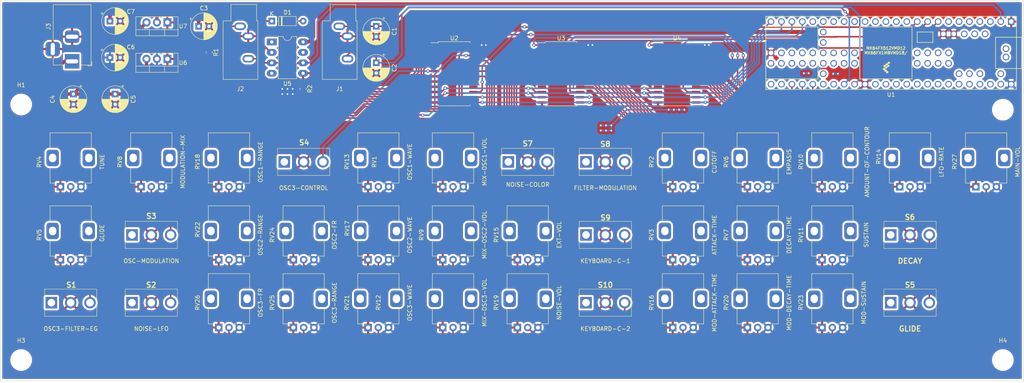
<source format=kicad_pcb>
(kicad_pcb (version 20211014) (generator pcbnew)
  (layers (0 "F.Cu" signal) (31 "B.Cu" signal) (34 "B.Paste" user) (35 "F.Paste" user) (36 "B.SilkS" user "B.Silkscreen") (37 "F.SilkS" user "F.Silkscreen") (38 "B.Mask" user) (39 "F.Mask" user) (44 "Edge.Cuts" user))
  (net 0 "")
  (net 1 "AUDIO-OUT-L")
  (net 2 "GND")
  (net 3 "AUDIO-OUT-R")
  (net 4 "MUX-1-IO0")
  (net 5 "+3V3")
  (net 25 "+5V")
  (net 26 "Net-(D1-Pad1)")
  (net 27 "Net-(D1-Pad2)")
  (net 32 "MUX-3-E")
  (net 33 "MUX-3-COM")
  (net 34 "MUX-2-E")
  (net 35 "MUX-2-COM")
  (net 36 "MUX-1-E")
  (net 37 "MUX-1-COM")
  (net 38 "MUX-S3")
  (net 39 "MUX-S2")
  (net 40 "MUX-S1")
  (net 41 "MUX-S0")
  (net 62 "MUX-2-IO7")
  (net 63 "MUX-2-IO10")
  (net 64 "MUX-1-IO2")
  (net 65 "MUX-2-IO11")
  (net 66 "MUX-1-IO1")
  (net 67 "MUX-2-IO12")
  (net 68 "MUX-2-IO3")
  (net 69 "MUX-1-IO10")
  (net 70 "MUX-2-IO4")
  (net 71 "MUX-2-IO13")
  (net 72 "MUX-1-IO11")
  (net 73 "MUX-1-IO7")
  (net 74 "MUX-2-IO5")
  (net 75 "MUX-2-IO14")
  (net 76 "MUX-1-IO12")
  (net 77 "MUX-1-IO8")
  (net 78 "MUX-2-IO15")
  (net 79 "MUX-1-IO13")
  (net 80 "MUX-1-IO9")
  (net 81 "MUX-1-IO14")
  (net 82 "MUX-3-IO6")
  (net 83 "MUX-1-IO3")
  (net 84 "MUX-1-IO4")
  (net 85 "MUX-1-IO5")
  (net 86 "MUX-1-IO6")
  (net 87 "MUX-3-IO5")
  (net 88 "MUX-2-IO6")
  (net 89 "MUX-3-IO9")
  (net 90 "MUX-3-IO10")
  (net 91 "MUX-3-IO11")
  (net 92 "MUX-3-IO12")
  (net 93 "MUX-3-IO13")
  (net 94 "MUX-3-IO14")
  (net 95 "MUX-3-IO15")
  (net 96 "MUX-3-IO7")
  (net 97 "MUX-2-IO2")
  (net 98 "VCC")
  (net 99 "MIDI-IN")
  (net 130 "Net-(J2-PadS)")
  (footprint "Potentiometer_THT:Potentiometer_Alps_RK09K_Single_Vertical" (layer "F.Cu") (at 77.252728 96.22 90)
    (fp_text reference "RV22")
    (fp_text value "OSC2-RANGE")
  )
  (footprint "Potentiometer_THT:Potentiometer_Alps_RK09K_Single_Vertical" (layer "F.Cu") (at 205.835454 78.44 90)
    (fp_text reference "RV6")
    (fp_text value "EMPASIS")
  )
  (footprint "2M1-SP1-T1-B1-M2QE:2M1SP3T1B1M2QE" (layer "F.Cu") (at 56.16591 90.17)
    (fp_text reference "S3")
    (fp_text value "OSC-MODULATION")
  )
  (footprint "Potentiometer_THT:Potentiometer_Alps_RK09K_Single_Vertical" (layer "F.Cu") (at 261.402728 78.44 90)
    (fp_text reference "RV27")
    (fp_text value "MAIN-VOL")
  )
  (footprint "Potentiometer_THT:Potentiometer_Alps_RK09K_Single_Vertical" (layer "F.Cu") (at 131.738182 112.73 90)
    (fp_text reference "RV12")
    (fp_text value "MIX-OSC3-VOL")
  )
  (footprint "Potentiometer_THT:Potentiometer_Alps_RK09K_Single_Vertical" (layer "F.Cu") (at 38.754092 96.22 90)
    (fp_text reference "RV5")
    (fp_text value "GLIDE")
  )
  (footprint "Potentiometer_THT:Potentiometer_Alps_RK09K_Single_Vertical" (layer "F.Cu") (at 131.738182 78.44 90)
    (fp_text reference "RV1")
    (fp_text value "MIX-OSC1-VOL")
  )
  (footprint "2M1-SP1-T1-B1-M2QE:2M1SP3T1B1M2QE" (layer "F.Cu") (at 166.586818 106.68)
    (fp_text reference "S10")
    (fp_text value "KEYBOARD-C-2")
  )
  (footprint "2M1-SP1-T1-B1-M2QE:2M1SP3T1B1M2QE" (layer "F.Cu") (at 36.554092 106.68)
    (fp_text reference "S1")
    (fp_text value "OSC3-FILTER-EG")
  )
  (footprint "Package_SO:SOIC-24W_7.5x15.4mm_P1.27mm" (layer "F.Cu") (at 188.722 50.927)
    (fp_text reference "U4")
    (fp_text value "CD74HC4067M")
  )
  (footprint "Potentiometer_THT:Potentiometer_Alps_RK09K_Single_Vertical" (layer "F.Cu") (at 187.673636 112.73 90)
    (fp_text reference "RV16")
    (fp_text value "MOD-ATTACK-TIME")
  )
  (footprint "Package_SO:SOIC-24W_7.5x15.4mm_P1.27mm" (layer "F.Cu") (at 160.528 50.927)
    (fp_text reference "U3")
    (fp_text value "CD74HC4067M")
  )
  (footprint "Potentiometer_THT:Potentiometer_Alps_RK09K_Single_Vertical" (layer "F.Cu") (at 77.252728 78.44 90)
    (fp_text reference "RV18")
    (fp_text value "OSC1-RANGE")
  )
  (footprint "Capacitor_THT:CP_Radial_D6.3mm_P2.50mm" (layer "F.Cu") (at 50.8 46.99)
    (fp_text reference "C6")
    (fp_text value "100uF")
  )
  (footprint "Connector_Audio:Jack_3.5mm_CUI_SJ1-3533NG_Horizontal" (layer "F.Cu") (at 82.45 39.38)
    (fp_text reference "J2")
    (fp_text value "AudioJack3")
  )
  (footprint "Potentiometer_THT:Potentiometer_Alps_RK09K_Single_Vertical" (layer "F.Cu") (at 223.997272 112.73 90)
    (fp_text reference "RV23")
    (fp_text value "MOD-SUSTAIN")
  )
  (footprint "Potentiometer_THT:Potentiometer_Alps_RK09K_Single_Vertical" (layer "F.Cu") (at 187.673636 96.22 90)
    (fp_text reference "RV3")
    (fp_text value "ATTACK-TIME")
  )
  (footprint "Potentiometer_THT:Potentiometer_Alps_RK09K_Single_Vertical" (layer "F.Cu") (at 242.884092 78.44 90)
    (fp_text reference "RV14")
    (fp_text value "LFO-RATE")
  )
  (footprint "Capacitor_THT:CP_Radial_D6.3mm_P2.50mm" (layer "F.Cu") (at 41.91 55.88 -90)
    (fp_text reference "C4")
    (fp_text value "100uF")
  )
  (footprint "Capacitor_THT:CP_Radial_D6.3mm_P2.50mm" (layer "F.Cu") (at 52.07 55.88 -90)
    (fp_text reference "C5")
    (fp_text value "100uF")
  )
  (footprint "2M1-SP1-T1-B1-M2QE:2M1SP3T1B1M2QE" (layer "F.Cu") (at 166.586818 72.39)
    (fp_text reference "S8")
    (fp_text value "FILTER-MODULATION")
  )
  (footprint "2M1-SP1-T1-B1-M2QE:2M1SP3T1B1M2QE" (layer "F.Cu") (at 166.586818 90.17)
    (fp_text reference "S9")
    (fp_text value "KEYBOARD-C-1")
  )
  (footprint "Potentiometer_THT:Potentiometer_Alps_RK09K_Single_Vertical" (layer "F.Cu") (at 205.835454 96.22 90)
    (fp_text reference "RV7")
    (fp_text value "DECAY-TIME")
  )
  (footprint "Resistor_SMD:R_0805_2012Metric_Pad1.20x1.40mm_HandSolder" (layer "F.Cu") (at 97.79 54.61 -90)
    (fp_text reference "R2")
    (fp_text value "470R")
  )
  (footprint "2M1-SP1-T1-B1-M2QE:2M1SP3T1B1M2QE" (layer "F.Cu") (at 93.214546 72.39)
    (fp_text reference "S4")
    (fp_text value "OSC3-CONTROL")
  )
  (footprint "Potentiometer_THT:Potentiometer_Alps_RK09K_Single_Vertical" (layer "F.Cu") (at 223.997272 96.22 90)
    (fp_text reference "RV11")
    (fp_text value "SUSTAIN")
  )
  (footprint "Package_DIP:DIP-8_W7.62mm_LongPads" (layer "F.Cu") (at 90.155 43.19)
    (fp_text reference "U5")
    (fp_text value "6N138" hide)
  )
  (footprint "Capacitor_THT:CP_Radial_D6.3mm_P2.50mm" (layer "F.Cu") (at 50.8 38.1)
    (fp_text reference "C7")
    (fp_text value "100uF")
  )
  (footprint "Teensy:Teensy35_36_All_Pins" (layer "F.Cu") (at 240.792 45.847 180)
    (fp_text reference "U1")
    (fp_text value "Teensy3.6_All_Pins")
  )
  (footprint "Potentiometer_THT:Potentiometer_Alps_RK09K_Single_Vertical" (layer "F.Cu") (at 205.835454 112.73 90)
    (fp_text reference "RV20")
    (fp_text value "MOD-DECAY-TIME")
  )
  (footprint "Package_TO_SOT_THT:TO-220-3_Vertical" (layer "F.Cu") (at 64.77 47.315 180)
    (fp_text reference "U6")
    (fp_text value "LM1117-3.3")
  )
  (footprint "Diode_THT:D_DO-35_SOD27_P7.62mm_Horizontal" (layer "F.Cu") (at 90.17 38.1)
    (fp_text reference "D1")
    (fp_text value "1N4148" hide)
  )
  (footprint "Potentiometer_THT:Potentiometer_Alps_RK09K_Single_Vertical" (layer "F.Cu") (at 38.754092 78.44 90)
    (fp_text reference "RV4")
    (fp_text value "TUNE")
  )
  (footprint "MountingHole:MountingHole_4.3mm_M4_DIN965" (layer "F.Cu") (at 267.97 120.65)
    (fp_text reference "H4")
    (fp_text value "MountingHole")
  )
  (footprint "Package_TO_SOT_THT:TO-220-3_Vertical" (layer "F.Cu") (at 64.77 38.425 180)
    (fp_text reference "U7")
    (fp_text value "LM1117-5.0")
  )
  (footprint "Potentiometer_THT:Potentiometer_Alps_RK09K_Single_Vertical" (layer "F.Cu") (at 113.576364 96.22 90)
    (fp_text reference "RV17")
    (fp_text value "OSC2-WAVE")
  )
  (footprint "Resistor_SMD:R_0805_2012Metric_Pad1.20x1.40mm_HandSolder" (layer "F.Cu") (at 74.93 45.72 -90)
    (fp_text reference "R1")
    (fp_text value "220R")
  )
  (footprint "2M1-SP1-T1-B1-M2QE:2M1SP3T1B1M2QE" (layer "F.Cu") (at 56.16591 106.68)
    (fp_text reference "S2")
    (fp_text value "NOISE-LFO")
  )
  (footprint "Potentiometer_THT:Potentiometer_Alps_RK09K_Single_Vertical" (layer "F.Cu") (at 77.252728 112.73 90)
    (fp_text reference "RV26")
    (fp_text value "OSC3-FR")
  )
  (footprint "Potentiometer_THT:Potentiometer_Alps_RK09K_Single_Vertical" (layer "F.Cu") (at 58.36591 78.44 90)
    (fp_text reference "RV8")
    (fp_text value "MODULATION-MIX")
  )
  (footprint "2M1-SP1-T1-B1-M2QE:2M1SP3T1B1M2QE" (layer "F.Cu") (at 240.684092 90.17)
    (fp_text reference "S6")
    (fp_text value "DECAY")
  )
  (footprint "MountingHole:MountingHole_4.3mm_M4_DIN965" (layer "F.Cu") (at 29.21 58.42)
    (fp_text reference "H1")
    (fp_text value "MountingHole")
  )
  (footprint "Connector_BarrelJack:BarrelJack_Horizontal" (layer "F.Cu") (at 41.5975 47.91 -90)
    (fp_text reference "J3")
    (fp_text value "Barrel_Jack_Switch")
  )
  (footprint "Potentiometer_THT:Potentiometer_Alps_RK09K_Single_Vertical" (layer "F.Cu") (at 95.414546 112.73 90)
    (fp_text reference "RV25")
    (fp_text value "OSC3-RANGE")
  )
  (footprint "Potentiometer_THT:Potentiometer_Alps_RK09K_Single_Vertical" (layer "F.Cu") (at 113.576364 78.44 90)
    (fp_text reference "RV13")
    (fp_text value "OSC1-WAVE")
  )
  (footprint "MountingHole:MountingHole_4.3mm_M4_DIN965" (layer "F.Cu") (at 29.21 120.65)
    (fp_text reference "H3")
    (fp_text value "MountingHole")
  )
  (footprint "2M1-SP1-T1-B1-M2QE:2M1SP3T1B1M2QE" (layer "F.Cu") (at 240.684092 106.68)
    (fp_text reference "S5")
    (fp_text value "GLIDE")
  )
  (footprint "Potentiometer_THT:Potentiometer_Alps_RK09K_Single_Vertical" (layer "F.Cu") (at 149.9 112.73 90)
    (fp_text reference "RV19")
    (fp_text value "NOISE-VOL")
  )
  (footprint "Potentiometer_THT:Potentiometer_Alps_RK09K_Single_Vertical" (layer "F.Cu") (at 223.997272 78.44 90)
    (fp_text reference "RV10")
    (fp_text value "AMOUNT-OF-CONTOUR")
  )
  (footprint "Capacitor_THT:CP_Radial_D6.3mm_P2.50mm" (layer "F.Cu") (at 72.39 39.37)
    (fp_text reference "C3")
    (fp_text value "0.1uF")
  )
  (footprint "Package_SO:SOIC-24W_7.5x15.4mm_P1.27mm" (layer "F.Cu") (at 134.542 50.927)
    (fp_text reference "U2")
    (fp_text value "CD74HC4067M")
  )
  (footprint "MountingHole:MountingHole_4.3mm_M4_DIN965" (layer "F.Cu") (at 267.97 59.69)
    (fp_text reference "H2" hide)
    (fp_text value "MountingHole")
  )
  (footprint "Potentiometer_THT:Potentiometer_Alps_RK09K_Single_Vertical" (layer "F.Cu") (at 95.414546 96.22 90)
    (fp_text reference "RV24")
    (fp_text value "OSC2-FR")
  )
  (footprint "Potentiometer_THT:Potentiometer_Alps_RK09K_Single_Vertical" (layer "F.Cu") (at 187.673636 78.44 90)
    (fp_text reference "RV2")
    (fp_text value "CUTOFF")
  )
  (footprint "Potentiometer_THT:Potentiometer_Alps_RK09K_Single_Vertical" (layer "F.Cu") (at 149.9 96.22 90)
    (fp_text reference "RV15")
    (fp_text value "EXT-VOL")
  )
  (footprint "Potentiometer_THT:Potentiometer_Alps_RK09K_Single_Vertical" (layer "F.Cu") (at 113.576364 112.73 90)
    (fp_text reference "RV21")
    (fp_text value "OSC3-WAVE")
  )
  (footprint "Capacitor_THT:CP_Radial_D6.3mm_P2.50mm" (layer "F.Cu") (at 115.57 48.26 -90)
    (fp_text reference "C2")
    (fp_text value "10uF")
  )
  (footprint "Capacitor_THT:CP_Radial_D6.3mm_P2.50mm" (layer "F.Cu") (at 115.57 39.37 -90)
    (fp_text reference "C1")
    (fp_text value "10uF")
  )
  (footprint "Potentiometer_THT:Potentiometer_Alps_RK09K_Single_Vertical" (layer "F.Cu") (at 131.738182 96.22 90)
    (fp_text reference "RV9")
    (fp_text value "MIX-OSC2-VOL")
  )
  (footprint "2M1-SP1-T1-B1-M2QE:2M1SP3T1B1M2QE" (layer "F.Cu") (at 147.7 72.39)
    (fp_text reference "S7")
    (fp_text value "NOISE-COLOR")
  )
  (footprint "Connector_Audio:Jack_3.5mm_CUI_SJ1-3533NG_Horizontal" (layer "F.Cu") (at 106.58 39.38)
    (fp_text reference "J1")
    (fp_text value "AudioJack3")
  )
  (gr_rect (start 24.13 33.02) (end 273.05 125.73) (layer "Edge.Cuts") (width 0.1) (fill none))
  (segment (start 228.6 34.798) (end 229.616 35.814) (width 0.381) (layer "F.Cu") (net 1))
  (segment (start 115.56 39.38) (end 115.57 39.37) (width 0.381) (layer "F.Cu") (net 1))
  (segment (start 115.57 39.37) (end 118.872 39.37) (width 0.381) (layer "F.Cu") (net 1))
  (segment (start 106.58 39.38) (end 115.56 39.38) (width 0.381) (layer "F.Cu") (net 1))
  (segment (start 123.444 34.798) (end 228.6 34.798) (width 0.381) (layer "F.Cu") (net 1))
  (segment (start 118.872 39.37) (end 123.444 34.798) (width 0.381) (layer "F.Cu") (net 1))
  (via (at 229.616 35.814) (size 0.8) (drill 0.4) (layers "F.Cu" "B.Cu") (net 1))
  (segment (start 229.616 35.814) (end 230.632 36.83) (width 0.381) (layer "B.Cu") (net 1))
  (segment (start 230.632 36.83) (end 230.632 52.197) (width 0.381) (layer "B.Cu") (net 1))
  (segment (start 230.632 52.197) (end 229.362 53.467) (width 0.381) (layer "B.Cu") (net 1))
  (segment (start 220.726 50.8) (end 222.377 50.8) (width 0.381) (layer "F.Cu") (net 2))
  (segment (start 223.52 49.657) (end 225.044 49.657) (width 0.381) (layer "F.Cu") (net 2))
  (segment (start 226.314 50.927) (end 226.695 50.927) (width 0.381) (layer "F.Cu") (net 2))
  (segment (start 225.044 49.657) (end 226.314 50.927) (width 0.381) (layer "F.Cu") (net 2))
  (segment (start 222.377 50.8) (end 223.52 49.657) (width 0.381) (layer "F.Cu") (net 2))
  (via (at 189.23 59.69) (size 0.8) (drill 0.4) (layers "F.Cu" "B.Cu") (net 2))
  (via (at 170.18 64.77) (size 0.8) (drill 0.4) (layers "F.Cu" "B.Cu") (net 2))
  (via (at 226.695 50.927) (size 0.8) (drill 0.4) (layers "F.Cu" "B.Cu") (net 2))
  (via (at 190.5 59.69) (size 0.8) (drill 0.4) (layers "F.Cu" "B.Cu") (net 2))
  (via (at 172.72 64.77) (size 0.8) (drill 0.4) (layers "F.Cu" "B.Cu") (net 2))
  (via (at 227.838 50.927) (size 0.8) (drill 0.4) (layers "F.Cu" "B.Cu") (net 2))
  (via (at 171.45 63.5) (size 0.8) (drill 0.4) (layers "F.Cu" "B.Cu") (net 2))
  (via (at 219.583 50.8) (size 0.8) (drill 0.4) (layers "F.Cu" "B.Cu") (net 2))
  (via (at 186.69 59.69) (size 0.8) (drill 0.4) (layers "F.Cu" "B.Cu") (net 2))
  (via (at 220.726 50.8) (size 0.8) (drill 0.4) (layers "F.Cu" "B.Cu") (net 2))
  (via (at 187.96 59.69) (size 0.8) (drill 0.4) (layers "F.Cu" "B.Cu") (net 2))
  (via (at 171.45 64.77) (size 0.8) (drill 0.4) (layers "F.Cu" "B.Cu") (net 2))
  (via (at 172.72 63.5) (size 0.8) (drill 0.4) (layers "F.Cu" "B.Cu") (net 2))
  (via (at 170.18 63.5) (size 0.8) (drill 0.4) (layers "F.Cu" "B.Cu") (net 2))
  (segment (start 219.583 50.8) (end 220.726 50.8) (width 0.381) (layer "B.Cu") (net 2))
  (segment (start 170.18 63.5) (end 172.72 63.5) (width 0.381) (layer "B.Cu") (net 2))
  (segment (start 172.72 64.77) (end 172.72 63.5) (width 0.381) (layer "B.Cu") (net 2))
  (segment (start 226.695 50.927) (end 227.838 50.927) (width 0.381) (layer "B.Cu") (net 2))
  (segment (start 186.69 59.69) (end 190.5 59.69) (width 0.381) (layer "B.Cu") (net 2))
  (segment (start 186.69 59.69) (end 176.53 59.69) (width 0.381) (layer "B.Cu") (net 2))
  (segment (start 176.53 59.69) (end 172.72 63.5) (width 0.381) (layer "B.Cu") (net 2))
  (segment (start 170.18 64.77) (end 172.72 64.77) (width 0.381) (layer "B.Cu") (net 2))
  (segment (start 108.58 47.28) (end 108.58 46.36) (width 0.381) (layer "F.Cu") (net 3))
  (segment (start 115.57 46.99) (end 115.57 48.26) (width 0.381) (layer "F.Cu") (net 3))
  (segment (start 108.58 46.36) (end 109.22 45.72) (width 0.381) (layer "F.Cu") (net 3))
  (segment (start 114.3 45.72) (end 115.57 46.99) (width 0.381) (layer "F.Cu") (net 3))
  (segment (start 109.22 45.72) (end 114.3 45.72) (width 0.381) (layer "F.Cu") (net 3))
  (segment (start 231.08552 34.74352) (end 123.49848 34.74352) (width 0.381) (layer "B.Cu") (net 3))
  (segment (start 123.49848 34.74352) (end 121.793 36.449) (width 0.381) (layer "B.Cu") (net 3))
  (segment (start 121.793 36.449) (end 121.793 46.355) (width 0.381) (layer "B.Cu") (net 3))
  (segment (start 119.761 48.387) (end 119.634 48.26) (width 0.381) (layer "B.Cu") (net 3))
  (segment (start 233.172 52.197) (end 233.172 36.83) (width 0.381) (layer "B.Cu") (net 3))
  (segment (start 231.902 53.467) (end 233.172 52.197) (width 0.381) (layer "B.Cu") (net 3))
  (segment (start 121.793 46.355) (end 119.761 48.387) (width 0.381) (layer "B.Cu") (net 3))
  (segment (start 233.172 36.83) (end 231.08552 34.74352) (width 0.381) (layer "B.Cu") (net 3))
  (segment (start 119.634 48.26) (end 115.57 48.26) (width 0.381) (layer "B.Cu") (net 3))
  (segment (start 79.752728 78.44) (end 79.752728 79.752728) (width 0.381) (layer "F.Cu") (net 4))
  (segment (start 79.752728 79.752728) (end 81.28 81.28) (width 0.381) (layer "F.Cu") (net 4))
  (segment (start 96.148041 60.452) (end 110.440061 60.452) (width 0.381) (layer "F.Cu") (net 4))
  (segment (start 126.746 54.102) (end 129.892 54.102) (width 0.381) (layer "F.Cu") (net 4))
  (segment (start 122.555 58.293) (end 126.746 54.102) (width 0.381) (layer "F.Cu") (net 4))
  (segment (start 81.28 81.28) (end 86.36 81.28) (width 0.381) (layer "F.Cu") (net 4))
  (segment (start 87.63 68.970041) (end 96.148041 60.452) (width 0.381) (layer "F.Cu") (net 4))
  (segment (start 110.440061 60.452) (end 112.599062 58.293) (width 0.381) (layer "F.Cu") (net 4))
  (segment (start 87.63 80.01) (end 87.63 68.970041) (width 0.381) (layer "F.Cu") (net 4))
  (segment (start 86.36 81.28) (end 87.63 80.01) (width 0.381) (layer "F.Cu") (net 4))
  (segment (start 112.599062 58.293) (end 122.555 58.293) (width 0.381) (layer "F.Cu") (net 4))
  (segment (start 92.71 55.88) (end 97.52 55.88) (width 0.381) (layer "F.Cu") (net 5))
  (segment (start 165.178 43.942) (end 168.148 43.942) (width 0.381) (layer "F.Cu") (net 5))
  (segment (start 141.224 43.942) (end 142.24 43.942) (width 0.381) (layer "F.Cu") (net 5))
  (segment (start 95.25 54.61) (end 95.25 55.88) (width 0.381) (layer "F.Cu") (net 5))
  (segment (start 97.52 55.88) (end 97.79 55.61) (width 0.381) (layer "F.Cu") (net 5))
  (segment (start 92.71 54.61) (end 95.25 54.61) (width 0.381) (layer "F.Cu") (net 5))
  (segment (start 193.372 43.942) (end 196.469 43.942) (width 0.381) (layer "F.Cu") (net 5))
  (segment (start 139.192 43.942) (end 141.224 43.942) (width 0.381) (layer "F.Cu") (net 5))
  (via (at 141.224 43.942) (size 0.8) (drill 0.4) (layers "F.Cu" "B.Cu") (net 5))
  (via (at 95.25 55.88) (size 0.8) (drill 0.4) (layers "F.Cu" "B.Cu") (net 5))
  (via (at 93.98 55.88) (size 0.8) (drill 0.4) (layers "F.Cu" "B.Cu") (net 5))
  (via (at 196.469 43.942) (size 0.8) (drill 0.4) (layers "F.Cu" "B.Cu") (net 5))
  (via (at 168.148 43.942) (size 0.8) (drill 0.4) (layers "F.Cu" "B.Cu") (net 5))
  (via (at 195.453 43.942) (size 0.8) (drill 0.4) (layers "F.Cu" "B.Cu") (net 5))
  (via (at 93.98 54.61) (size 0.8) (drill 0.4) (layers "F.Cu" "B.Cu") (net 5))
  (via (at 95.25 54.61) (size 0.8) (drill 0.4) (layers "F.Cu" "B.Cu") (net 5))
  (via (at 92.71 54.61) (size 0.8) (drill 0.4) (layers "F.Cu" "B.Cu") (net 5))
  (via (at 92.71 55.88) (size 0.8) (drill 0.4) (layers "F.Cu" "B.Cu") (net 5))
  (via (at 167.132 43.942) (size 0.8) (drill 0.4) (layers "F.Cu" "B.Cu") (net 5))
  (via (at 142.24 43.942) (size 0.8) (drill 0.4) (layers "F.Cu" "B.Cu") (net 5))
  (segment (start 99.06 35.56) (end 100.33 36.83) (width 0.8128) (layer "F.Cu") (net 25))
  (segment (start 100.33 36.83) (end 100.33 41.91) (width 0.8128) (layer "F.Cu") (net 25))
  (segment (start 74.93 35.56) (end 99.06 35.56) (width 0.8128) (layer "F.Cu") (net 25))
  (segment (start 72.39 38.1) (end 74.93 35.56) (width 0.8128) (layer "F.Cu") (net 25))
  (segment (start 52.07 35.56) (end 60.96 35.56) (width 0.8128) (layer "F.Cu") (net 25))
  (segment (start 100.33 41.91) (end 99.05 43.19) (width 0.8128) (layer "F.Cu") (net 25))
  (segment (start 50.8 38.1) (end 50.8 36.83) (width 0.8128) (layer "F.Cu") (net 25))
  (segment (start 99.05 43.19) (end 97.775 43.19) (width 0.8128) (layer "F.Cu") (net 25))
  (segment (start 50.8 36.83) (end 52.07 35.56) (width 0.8128) (layer "F.Cu") (net 25))
  (segment (start 62.23 36.83) (end 62.23 38.425) (width 0.8128) (layer "F.Cu") (net 25))
  (segment (start 69.85 35.56) (end 72.39 38.1) (width 0.8128) (layer "F.Cu") (net 25))
  (segment (start 63.5 35.56) (end 69.85 35.56) (width 0.8128) (layer "F.Cu") (net 25))
  (segment (start 60.96 35.56) (end 62.23 36.83) (width 0.8128) (layer "F.Cu") (net 25))
  (segment (start 72.39 38.1) (end 72.39 39.37) (width 0.8128) (layer "F.Cu") (net 25))
  (segment (start 62.23 36.83) (end 63.5 35.56) (width 0.8128) (layer "F.Cu") (net 25))
  (segment (start 88.265 38.1) (end 87.63 38.735) (width 0.381) (layer "F.Cu") (net 26))
  (segment (start 81.28 44.45) (end 88.634978 44.45) (width 0.381) (layer "F.Cu") (net 26))
  (segment (start 88.634978 44.45) (end 88.767489 44.582511) (width 0.381) (layer "F.Cu") (net 26))
  (segment (start 87.63 43.445022) (end 88.767489 44.582511) (width 0.381) (layer "F.Cu") (net 26))
  (segment (start 89.914978 45.73) (end 90.155 45.73) (width 0.381) (layer "F.Cu") (net 26))
  (segment (start 87.63 38.735) (end 87.63 43.445022) (width 0.381) (layer "F.Cu") (net 26))
  (segment (start 90.17 38.1) (end 88.265 38.1) (width 0.381) (layer "F.Cu") (net 26))
  (segment (start 74.93 46.72) (end 79.01 46.72) (width 0.381) (layer "F.Cu") (net 26))
  (segment (start 79.01 46.72) (end 81.28 44.45) (width 0.381) (layer "F.Cu") (net 26))
  (segment (start 88.767489 44.582511) (end 89.914978 45.73) (width 0.381) (layer "F.Cu") (net 26))
  (segment (start 93.98 46.99) (end 92.7 48.27) (width 0.381) (layer "F.Cu") (net 27))
  (segment (start 92.7 48.27) (end 90.155 48.27) (width 0.381) (layer "F.Cu") (net 27))
  (segment (start 95.25 38.1) (end 93.98 39.37) (width 0.381) (layer "F.Cu") (net 27))
  (segment (start 87.64 48.27) (end 90.155 48.27) (width 0.381) (layer "F.Cu") (net 27))
  (segment (start 86.65 47.28) (end 87.64 48.27) (width 0.381) (layer "F.Cu") (net 27))
  (segment (start 97.79 38.1) (end 95.25 38.1) (width 0.381) (layer "F.Cu") (net 27))
  (segment (start 84.45 47.28) (end 86.65 47.28) (width 0.381) (layer "F.Cu") (net 27))
  (segment (start 93.98 39.37) (end 93.98 46.99) (width 0.381) (layer "F.Cu") (net 27))
  (segment (start 193.372 55.372) (end 191.262 55.372) (width 0.381) (layer "F.Cu") (net 32))
  (segment (start 245.792011 44.656989) (end 252.222 38.227) (width 0.381) (layer "F.Cu") (net 32))
  (segment (start 191.262 55.372) (end 190.246 54.356) (width 0.381) (layer "F.Cu") (net 32))
  (segment (start 190.246 54.356) (end 190.246 43.815) (width 0.381) (layer "F.Cu") (net 32))
  (segment (start 190.246 43.815) (end 191.523469 42.537531) (width 0.381) (layer "F.Cu") (net 32))
  (segment (start 191.523469 42.537531) (end 220.845531 42.537531) (width 0.381) (layer "F.Cu") (net 32))
  (segment (start 222.964989 44.656989) (end 245.792011 44.656989) (width 0.381) (layer "F.Cu") (net 32))
  (segment (start 220.845531 42.537531) (end 222.964989 44.656989) (width 0.381) (layer "F.Cu") (net 32))
  (segment (start 220.853 56.388) (end 221.742 55.499) (width 0.381) (layer "F.Cu") (net 33))
  (segment (start 206.629 56.388) (end 220.853 56.388) (width 0.381) (layer "F.Cu") (net 33))
  (segment (start 202.184 46.482) (end 202.184 51.943) (width 0.381) (layer "F.Cu") (net 33))
  (segment (start 202.184 51.943) (end 206.629 56.388) (width 0.381) (layer "F.Cu") (net 33))
  (segment (start 221.742 55.499) (end 221.742 53.467) (width 0.381) (layer "F.Cu") (net 33))
  (segment (start 181.991 43.942) (end 184.072 43.942) (width 0.381) (layer "F.Cu") (net 33))
  (via (at 181.991 43.942) (size 0.8) (drill 0.4) (layers "F.Cu" "B.Cu") (net 33))
  (via (at 202.184 46.482) (size 0.8) (drill 0.4) (layers "F.Cu" "B.Cu") (net 33))
  (segment (start 182.753 42.799) (end 181.991 43.561) (width 0.381) (layer "B.Cu") (net 33))
  (segment (start 199.96602 42.799) (end 182.753 42.799) (width 0.381) (layer "B.Cu") (net 33))
  (segment (start 202.184 45.01698) (end 199.96602 42.799) (width 0.381) (layer "B.Cu") (net 33))
  (segment (start 202.184 46.482) (end 202.184 45.01698) (width 0.381) (layer "B.Cu") (net 33))
  (segment (start 181.991 43.561) (end 181.991 43.942) (width 0.381) (layer "B.Cu") (net 33))
  (segment (start 227.409989 41.957011) (end 227.457 41.91) (width 0.381) (layer "F.Cu") (net 34))
  (segment (start 165.178 55.372) (end 162.941 55.372) (width 0.381) (layer "F.Cu") (net 34))
  (segment (start 162.941 55.372) (end 162.687 55.118) (width 0.381) (layer "F.Cu") (net 34))
  (segment (start 162.687 43.053) (end 163.782989 41.957011) (width 0.381) (layer "F.Cu") (net 34))
  (segment (start 245.999 41.91) (end 249.682 38.227) (width 0.381) (layer "F.Cu") (net 34))
  (segment (start 227.457 41.91) (end 245.999 41.91) (width 0.381) (layer "F.Cu") (net 34))
  (segment (start 163.782989 41.957011) (end 227.409989 41.957011) (width 0.381) (layer "F.Cu") (net 34))
  (segment (start 162.687 55.118) (end 162.687 43.053) (width 0.381) (layer "F.Cu") (net 34))
  (segment (start 153.924 43.942) (end 155.878 43.942) (width 0.381) (layer "F.Cu") (net 35))
  (segment (start 219.202 55.29948) (end 219.202 53.467) (width 0.381) (layer "F.Cu") (net 35))
  (segment (start 218.694 55.80748) (end 219.202 55.29948) (width 0.381) (layer "F.Cu") (net 35))
  (segment (start 206.86946 55.80748) (end 218.694 55.80748) (width 0.381) (layer "F.Cu") (net 35))
  (segment (start 203.454 52.39202) (end 206.86946 55.80748) (width 0.381) (layer "F.Cu") (net 35))
  (segment (start 203.454 46.482) (end 203.454 52.39202) (width 0.381) (layer "F.Cu") (net 35))
  (via (at 203.454 46.482) (size 0.8) (drill 0.4) (layers "F.Cu" "B.Cu") (net 35))
  (via (at 153.924 43.942) (size 0.8) (drill 0.4) (layers "F.Cu" "B.Cu") (net 35))
  (segment (start 153.924 42.672) (end 154.432 42.164) (width 0.381) (layer "B.Cu") (net 35))
  (segment (start 203.454 45.466) (end 203.454 46.482) (width 0.381) (layer "B.Cu") (net 35))
  (segment (start 200.152 42.164) (end 203.454 45.466) (width 0.381) (layer "B.Cu") (net 35))
  (segment (start 154.432 42.164) (end 200.152 42.164) (width 0.381) (layer "B.Cu") (net 35))
  (segment (start 153.924 43.942) (end 153.924 42.672) (width 0.381) (layer "B.Cu") (net 35))
  (segment (start 139.192 55.372) (end 140.843 55.372) (width 0.381) (layer "F.Cu") (net 36))
  (segment (start 140.843 55.372) (end 141.351 54.864) (width 0.381) (layer "F.Cu") (net 36))
  (segment (start 245.792011 39.576989) (end 247.142 38.227) (width 0.381) (layer "F.Cu") (net 36))
  (segment (start 151.638 39.497) (end 151.717989 39.576989) (width 0.381) (layer "F.Cu") (net 36))
  (segment (start 151.717989 39.576989) (end 245.792011 39.576989) (width 0.381) (layer "F.Cu") (net 36))
  (segment (start 141.351 54.864) (end 141.351 52.959) (width 0.381) (layer "F.Cu") (net 36))
  (via (at 151.638 39.497) (size 0.8) (drill 0.4) (layers "F.Cu" "B.Cu") (net 36))
  (via (at 141.351 52.959) (size 0.8) (drill 0.4) (layers "F.Cu" "B.Cu") (net 36))
  (segment (start 150.876 39.497) (end 141.351 49.022) (width 0.381) (layer "B.Cu") (net 36))
  (segment (start 141.351 49.022) (end 141.351 52.959) (width 0.381) (layer "B.Cu") (net 36))
  (segment (start 151.638 39.497) (end 150.876 39.497) (width 0.381) (layer "B.Cu") (net 36))
  (segment (start 216.04504 55.22696) (end 216.662 54.61) (width 0.381) (layer "F.Cu") (net 37))
  (segment (start 127.889 43.434) (end 128.397 43.942) (width 0.381) (layer "F.Cu") (net 37))
  (segment (start 128.397 43.942) (end 129.892 43.942) (width 0.381) (layer "F.Cu") (net 37))
  (segment (start 207.10992 55.22696) (end 216.04504 55.22696) (width 0.381) (layer "F.Cu") (net 37))
  (segment (start 216.662 54.61) (end 216.662 53.467) (width 0.381) (layer "F.Cu") (net 37))
  (segment (start 204.851 52.96804) (end 207.10992 55.22696) (width 0.381) (layer "F.Cu") (net 37))
  (segment (start 128.905 41.402) (end 127.889 42.418) (width 0.381) (layer "F.Cu") (net 37))
  (segment (start 127.889 42.418) (end 127.889 43.434) (width 0.381) (layer "F.Cu") (net 37))
  (segment (start 204.851 46.482) (end 204.851 52.96804) (width 0.381) (layer "F.Cu") (net 37))
  (segment (start 153.162 41.402) (end 128.905 41.402) (width 0.381) (layer "F.Cu") (net 37))
  (via (at 204.851 46.482) (size 0.8) (drill 0.4) (layers "F.Cu" "B.Cu") (net 37))
  (via (at 153.162 41.402) (size 0.8) (drill 0.4) (layers "F.Cu" "B.Cu") (net 37))
  (segment (start 204.851 46.04202) (end 204.851 46.482) (width 0.381) (layer "B.Cu") (net 37))
  (segment (start 200.21098 41.402) (end 204.851 46.04202) (width 0.381) (layer "B.Cu") (net 37))
  (segment (start 153.162 41.402) (end 200.21098 41.402) (width 0.381) (layer "B.Cu") (net 37))
  (segment (start 165.178 57.912) (end 167.386 57.912) (width 0.381) (layer "F.Cu") (net 38))
  (segment (start 139.192 57.912) (end 141.351 57.912) (width 0.381) (layer "F.Cu") (net 38))
  (segment (start 193.372 57.912) (end 195.58 57.912) (width 0.381) (layer "F.Cu") (net 38))
  (via (at 167.386 57.912) (size 0.8) (drill 0.4) (layers "F.Cu" "B.Cu") (net 38))
  (via (at 195.58 57.912) (size 0.8) (drill 0.4) (layers "F.Cu" "B.Cu") (net 38))
  (via (at 141.351 57.912) (size 0.8) (drill 0.4) (layers "F.Cu" "B.Cu") (net 38))
  (segment (start 208.70403 48.343969) (end 208.70403 43.51797) (width 0.381) (layer "B.Cu") (net 38))
  (segment (start 217.678 41.783) (end 219.202 40.259) (width 0.381) (layer "B.Cu") (net 38))
  (segment (start 219.202 40.259) (end 219.202 38.227) (width 0.381) (layer "B.Cu") (net 38))
  (segment (start 208.70403 43.51797) (end 210.439 41.783) (width 0.381) (layer "B.Cu") (net 38))
  (segment (start 167.386 57.912) (end 195.58 57.912) (width 0.381) (layer "B.Cu") (net 38))
  (segment (start 199.136 57.912) (end 208.70403 48.343969) (width 0.381) (layer "B.Cu") (net 38))
  (segment (start 141.351 57.912) (end 167.386 57.912) (width 0.381) (layer "B.Cu") (net 38))
  (segment (start 195.58 57.912) (end 199.136 57.912) (width 0.381) (layer "B.Cu") (net 38))
  (segment (start 210.439 41.783) (end 217.678 41.783) (width 0.381) (layer "B.Cu") (net 38))
  (segment (start 165.178 56.642) (end 167.386 56.642) (width 0.381) (layer "F.Cu") (net 39))
  (segment (start 139.192 56.642) (end 141.351 56.642) (width 0.381) (layer "F.Cu") (net 39))
  (segment (start 193.372 56.642) (end 195.58 56.642) (width 0.381) (layer "F.Cu") (net 39))
  (via (at 167.386 56.642) (size 0.8) (drill 0.4) (layers "F.Cu" "B.Cu") (net 39))
  (via (at 195.58 56.642) (size 0.8) (drill 0.4) (layers "F.Cu" "B.Cu") (net 39))
  (via (at 141.351 56.642) (size 0.8) (drill 0.4) (layers "F.Cu" "B.Cu") (net 39))
  (segment (start 195.58 56.642) (end 199.58502 56.642) (width 0.381) (layer "B.Cu") (net 39))
  (segment (start 167.386 56.642) (end 195.58 56.642) (width 0.381) (layer "B.Cu") (net 39))
  (segment (start 210.253021 41.148) (end 215.646 41.148) (width 0.381) (layer "B.Cu") (net 39))
  (segment (start 208.12351 43.277511) (end 210.253021 41.148) (width 0.381) (layer "B.Cu") (net 39))
  (segment (start 141.351 56.642) (end 167.386 56.642) (width 0.381) (layer "B.Cu") (net 39))
  (segment (start 215.646 41.148) (end 216.662 40.132) (width 0.381) (layer "B.Cu") (net 39))
  (segment (start 216.662 40.132) (end 216.662 38.227) (width 0.381) (layer "B.Cu") (net 39))
  (segment (start 199.58502 56.642) (end 208.12351 48.10351) (width 0.381) (layer "B.Cu") (net 39))
  (segment (start 208.12351 48.10351) (end 208.12351 43.277511) (width 0.381) (layer "B.Cu") (net 39))
  (segment (start 131.318 56.642) (end 129.892 56.642) (width 0.381) (layer "F.Cu") (net 40))
  (segment (start 132.334 55.626) (end 131.318 56.642) (width 0.381) (layer "F.Cu") (net 40))
  (segment (start 182.245 56.642) (end 184.072 56.642) (width 0.381) (layer "F.Cu") (net 40))
  (segment (start 152.527 55.626) (end 153.035 55.626) (width 0.381) (layer "F.Cu") (net 40))
  (segment (start 181.229 55.626) (end 182.245 56.642) (width 0.381) (layer "F.Cu") (net 40))
  (segment (start 154.051 56.642) (end 155.878 56.642) (width 0.381) (layer "F.Cu") (net 40))
  (segment (start 180.721 55.626) (end 181.229 55.626) (width 0.381) (layer "F.Cu") (net 40))
  (segment (start 153.035 55.626) (end 154.051 56.642) (width 0.381) (layer "F.Cu") (net 40))
  (via (at 152.527 55.626) (size 0.8) (drill 0.4) (layers "F.Cu" "B.Cu") (net 40))
  (via (at 180.721 55.626) (size 0.8) (drill 0.4) (layers "F.Cu" "B.Cu") (net 40))
  (via (at 132.334 55.626) (size 0.8) (drill 0.4) (layers "F.Cu" "B.Cu") (net 40))
  (segment (start 213.614 40.56748) (end 214.122 40.05948) (width 0.381) (layer "B.Cu") (net 40))
  (segment (start 199.78004 55.626) (end 207.45902 47.94702) (width 0.381) (layer "B.Cu") (net 40))
  (segment (start 180.721 55.626) (end 199.78004 55.626) (width 0.381) (layer "B.Cu") (net 40))
  (segment (start 207.45902 47.94702) (end 207.45902 43.121022) (width 0.381) (layer "B.Cu") (net 40))
  (segment (start 132.334 55.626) (end 180.721 55.626) (width 0.381) (layer "B.Cu") (net 40))
  (segment (start 214.122 40.05948) (end 214.122 38.227) (width 0.381) (layer "B.Cu") (net 40))
  (segment (start 210.012562 40.56748) (end 213.614 40.56748) (width 0.381) (layer "B.Cu") (net 40))
  (segment (start 207.45902 43.121022) (end 210.012562 40.56748) (width 0.381) (layer "B.Cu") (net 40))
  (segment (start 154.305 55.372) (end 155.878 55.372) (width 0.381) (layer "F.Cu") (net 41))
  (segment (start 153.416 54.483) (end 154.305 55.372) (width 0.381) (layer "F.Cu") (net 41))
  (segment (start 129.892 55.372) (end 131.445 55.372) (width 0.381) (layer "F.Cu") (net 41))
  (segment (start 180.721 54.483) (end 181.229 54.483) (width 0.381) (layer "F.Cu") (net 41))
  (segment (start 152.527 54.483) (end 153.416 54.483) (width 0.381) (layer "F.Cu") (net 41))
  (segment (start 131.445 55.372) (end 132.334 54.483) (width 0.381) (layer "F.Cu") (net 41))
  (segment (start 182.118 55.372) (end 184.072 55.372) (width 0.381) (layer "F.Cu") (net 41))
  (segment (start 181.229 54.483) (end 182.118 55.372) (width 0.381) (layer "F.Cu") (net 41))
  (via (at 132.334 54.483) (size 0.8) (drill 0.4) (layers "F.Cu" "B.Cu") (net 41))
  (via (at 152.527 54.483) (size 0.8) (drill 0.4) (layers "F.Cu" "B.Cu") (net 41))
  (via (at 180.721 54.483) (size 0.8) (drill 0.4) (layers "F.Cu" "B.Cu") (net 41))
  (segment (start 206.8785 42.880562) (end 206.8785 47.70656) (width 0.381) (layer "B.Cu") (net 41))
  (segment (start 211.532062 38.227) (end 206.8785 42.880562) (width 0.381) (layer "B.Cu") (net 41))
  (segment (start 206.8785 47.70656) (end 200.10206 54.483) (width 0.381) (layer "B.Cu") (net 41))
  (segment (start 211.582 38.227) (end 211.532062 38.227) (width 0.381) (layer "B.Cu") (net 41))
  (segment (start 200.10206 54.483) (end 180.721 54.483) (width 0.381) (layer "B.Cu") (net 41))
  (segment (start 132.334 54.483) (end 180.721 54.483) (width 0.381) (layer "B.Cu") (net 41))
  (segment (start 134.238182 78.44) (end 134.238182 80.136182) (width 0.381) (layer "F.Cu") (net 62))
  (segment (start 149.987 45.212) (end 155.878 45.212) (width 0.381) (layer "F.Cu") (net 62))
  (segment (start 142.875 64.262) (end 146.685 60.452) (width 0.381) (layer "F.Cu") (net 62))
  (segment (start 134.238182 80.136182) (end 135.255 81.153) (width 0.381) (layer "F.Cu") (net 62))
  (segment (start 141.859 81.153) (end 142.875 80.137) (width 0.381) (layer "F.Cu") (net 62))
  (segment (start 142.875 80.137) (end 142.875 64.262) (width 0.381) (layer "F.Cu") (net 62))
  (segment (start 146.685 48.514) (end 149.987 45.212) (width 0.381) (layer "F.Cu") (net 62))
  (segment (start 146.685 60.452) (end 146.685 48.514) (width 0.381) (layer "F.Cu") (net 62))
  (segment (start 135.255 81.153) (end 141.859 81.153) (width 0.381) (layer "F.Cu") (net 62))
  (segment (start 190.173636 114.481636) (end 191.008 115.316) (width 0.381) (layer "F.Cu") (net 63))
  (segment (start 167.57198 47.752) (end 183.30194 63.48196) (width 0.381) (layer "F.Cu") (net 63))
  (segment (start 198.628 115.316) (end 199.28104 114.66296) (width 0.381) (layer "F.Cu") (net 63))
  (segment (start 197.330919 63.48196) (end 199.28104 65.43208) (width 0.381) (layer "F.Cu") (net 63))
  (segment (start 190.173636 112.73) (end 190.173636 114.481636) (width 0.381) (layer "F.Cu") (net 63))
  (segment (start 199.28104 114.66296) (end 199.28104 73.00696) (width 0.381) (layer "F.Cu") (net 63))
  (segment (start 183.30194 63.48196) (end 197.330919 63.48196) (width 0.381) (layer "F.Cu") (net 63))
  (segment (start 199.28104 65.43208) (end 199.28104 73.13396) (width 0.381) (layer "F.Cu") (net 63))
  (segment (start 165.178 47.752) (end 167.57198 47.752) (width 0.381) (layer "F.Cu") (net 63))
  (segment (start 191.008 115.316) (end 198.628 115.316) (width 0.381) (layer "F.Cu") (net 63))
  (segment (start 127.576021 51.562) (end 122.08101 57.05701) (width 0.381) (layer "F.Cu") (net 64))
  (segment (start 112.193091 57.05701) (end 122.08101 57.05701) (width 0.381) (layer "F.Cu") (net 64))
  (segment (start 109.959141 59.29096) (end 112.193091 57.05701) (width 0.381) (layer "F.Cu") (net 64))
  (segment (start 74.254061 59.29096) (end 109.959141 59.29096) (width 0.381) (layer "F.Cu") (net 64))
  (segment (start 129.892 51.562) (end 127.576021 51.562) (width 0.381) (layer "F.Cu") (net 64))
  (segment (start 65.56591 82.33461) (end 66.04 81.86052) (width 0.381) (layer "F.Cu") (net 64))
  (segment (start 65.56591 90.17) (end 65.56591 82.33461) (width 0.381) (layer "F.Cu") (net 64))
  (segment (start 70.43052 80.250459) (end 70.43052 63.1145) (width 0.381) (layer "F.Cu") (net 64))
  (segment (start 70.43052 63.1145) (end 74.254061 59.29096) (width 0.381) (layer "F.Cu") (net 64))
  (segment (start 68.82046 81.86052) (end 70.43052 80.250459) (width 0.381) (layer "F.Cu") (net 64))
  (segment (start 66.04 81.86052) (end 68.82046 81.86052) (width 0.381) (layer "F.Cu") (net 64))
  (segment (start 165.178 49.022) (end 168.021 49.022) (width 0.381) (layer "F.Cu") (net 65))
  (segment (start 198.70052 96.57448) (end 196.723 98.552) (width 0.381) (layer "F.Cu") (net 65))
  (segment (start 197.09046 64.06248) (end 198.70052 65.67254) (width 0.381) (layer "F.Cu") (net 65))
  (segment (start 196.723 98.552) (end 190.5 98.552) (width 0.381) (layer "F.Cu") (net 65))
  (segment (start 190.173636 98.225636) (end 190.173636 96.22) (width 0.381) (layer "F.Cu") (net 65))
  (segment (start 183.06148 64.06248) (end 197.09046 64.06248) (width 0.381) (layer "F.Cu") (net 65))
  (segment (start 198.70052 65.67254) (end 198.70052 96.57448) (width 0.381) (layer "F.Cu") (net 65))
  (segment (start 190.5 98.552) (end 190.173636 98.225636) (width 0.381) (layer "F.Cu") (net 65))
  (segment (start 168.021 49.022) (end 183.06148 64.06248) (width 0.381) (layer "F.Cu") (net 65))
  (segment (start 121.539 57.658) (end 122.301 57.658) (width 0.381) (layer "F.Cu") (net 66))
  (segment (start 71.247 63.119) (end 74.49452 59.87148) (width 0.381) (layer "F.Cu") (net 66))
  (segment (start 65.56591 100.80409) (end 66.04 100.33) (width 0.381) (layer "F.Cu") (net 66))
  (segment (start 71.12 63.246) (end 71.247 63.119) (width 0.381) (layer "F.Cu") (net 66))
  (segment (start 66.04 100.33) (end 69.85 100.33) (width 0.381) (layer "F.Cu") (net 66))
  (segment (start 110.199601 59.87148) (end 111.896041 58.175041) (width 0.381) (layer "F.Cu") (net 66))
  (segment (start 112.413082 57.658) (end 121.539 57.658) (width 0.381) (layer "F.Cu") (net 66))
  (segment (start 106.68 59.87148) (end 110.199601 59.87148) (width 0.381) (layer "F.Cu") (net 66))
  (segment (start 65.56591 106.68) (end 65.56591 100.80409) (width 0.381) (layer "F.Cu") (net 66))
  (segment (start 127.127 52.832) (end 129.892 52.832) (width 0.381) (layer "F.Cu") (net 66))
  (segment (start 69.85 100.33) (end 71.12 99.06) (width 0.381) (layer "F.Cu") (net 66))
  (segment (start 71.12 68.58) (end 71.12 63.246) (width 0.381) (layer "F.Cu") (net 66))
  (segment (start 71.12 99.06) (end 71.12 68.58) (width 0.381) (layer "F.Cu") (net 66))
  (segment (start 111.896041 58.175041) (end 112.413082 57.658) (width 0.381) (layer "F.Cu") (net 66))
  (segment (start 74.49452 59.87148) (end 106.68 59.87148) (width 0.381) (layer "F.Cu") (net 66))
  (segment (start 122.301 57.658) (end 127.127 52.832) (width 0.381) (layer "F.Cu") (net 66))
  (segment (start 190.173636 78.44) (end 190.173636 80.445636) (width 0.381) (layer "F.Cu") (net 67))
  (segment (start 182.82102 64.643) (end 168.47002 50.292) (width 0.381) (layer "F.Cu") (net 67))
  (segment (start 198.12 80.899) (end 198.12 65.913) (width 0.381) (layer "F.Cu") (net 67))
  (segment (start 190.881 81.153) (end 197.866 81.153) (width 0.381) (layer "F.Cu") (net 67))
  (segment (start 196.85 64.643) (end 182.82102 64.643) (width 0.381) (layer "F.Cu") (net 67))
  (segment (start 198.12 65.913) (end 196.85 64.643) (width 0.381) (layer "F.Cu") (net 67))
  (segment (start 197.866 81.153) (end 198.12 80.899) (width 0.381) (layer "F.Cu") (net 67))
  (segment (start 190.173636 80.445636) (end 190.881 81.153) (width 0.381) (layer "F.Cu") (net 67))
  (segment (start 168.47002 50.292) (end 165.178 50.292) (width 0.381) (layer "F.Cu") (net 67))
  (segment (start 152.4 96.22) (end 152.4 97.663) (width 0.381) (layer "F.Cu") (net 68))
  (segment (start 152.273 50.292) (end 155.878 50.292) (width 0.381) (layer "F.Cu") (net 68))
  (segment (start 155.448 61.722) (end 150.495 61.722) (width 0.381) (layer "F.Cu") (net 68))
  (segment (start 161.417 67.691) (end 155.448 61.722) (width 0.381) (layer "F.Cu") (net 68))
  (segment (start 150.495 61.722) (end 149.098 60.325) (width 0.381) (layer "F.Cu") (net 68))
  (segment (start 149.098 53.467) (end 152.273 50.292) (width 0.381) (layer "F.Cu") (net 68))
  (segment (start 152.4 97.663) (end 153.289 98.552) (width 0.381) (layer "F.Cu") (net 68))
  (segment (start 149.098 60.325) (end 149.098 53.467) (width 0.381) (layer "F.Cu") (net 68))
  (segment (start 161.163 98.552) (end 161.417 98.298) (width 0.381) (layer "F.Cu") (net 68))
  (segment (start 153.289 98.552) (end 161.163 98.552) (width 0.381) (layer "F.Cu") (net 68))
  (segment (start 161.417 98.298) (end 161.417 67.691) (width 0.381) (layer "F.Cu") (net 68))
  (segment (start 125.42152 64.06248) (end 125.42152 113.46548) (width 0.381) (layer "F.Cu") (net 69))
  (segment (start 116.076364 114.171364) (end 116.076364 112.73) (width 0.381) (layer "F.Cu") (net 69))
  (segment (start 142.24 47.752) (end 144.272 49.784) (width 0.381) (layer "F.Cu") (net 69))
  (segment (start 123.825 115.062) (end 116.967 115.062) (width 0.381) (layer "F.Cu") (net 69))
  (segment (start 125.42152 113.46548) (end 123.825 115.062) (width 0.381) (layer "F.Cu") (net 69))
  (segment (start 140.97 62.992) (end 126.492 62.992) (width 0.381) (layer "F.Cu") (net 69))
  (segment (start 144.272 59.69) (end 140.97 62.992) (width 0.381) (layer "F.Cu") (net 69))
  (segment (start 126.492 62.992) (end 125.42152 64.06248) (width 0.381) (layer "F.Cu") (net 69))
  (segment (start 116.967 115.062) (end 116.076364 114.171364) (width 0.381) (layer "F.Cu") (net 69))
  (segment (start 144.272 49.784) (end 144.272 59.69) (width 0.381) (layer "F.Cu") (net 69))
  (segment (start 139.192 47.752) (end 142.24 47.752) (width 0.381) (layer "F.Cu") (net 69))
  (segment (start 148.51053 53.23349) (end 152.72202 49.022) (width 0.381) (layer "F.Cu") (net 70))
  (segment (start 160.782 67.87698) (end 155.20754 62.30252) (width 0.381) (layer "F.Cu") (net 70))
  (segment (start 155.20754 62.30252) (end 150.18652 62.30252) (width 0.381) (layer "F.Cu") (net 70))
  (segment (start 152.72202 49.022) (end 155.878 49.022) (width 0.381) (layer "F.Cu") (net 70))
  (segment (start 150.18652 62.30252) (end 148.51053 60.62653) (width 0.381) (layer "F.Cu") (net 70))
  (segment (start 157.1 72.39) (end 157.1 77.344) (width 0.381) (layer "F.Cu") (net 70))
  (segment (start 148.51053 60.62653) (end 148.51053 53.23349) (width 0.381) (layer "F.Cu") (net 70))
  (segment (start 157.1 77.344) (end 158.369 78.613) (width 0.381) (layer "F.Cu") (net 70))
  (segment (start 160.782 77.343) (end 160.782 67.87698) (width 0.381) (layer "F.Cu") (net 70))
  (segment (start 159.512 78.613) (end 160.782 77.343) (width 0.381) (layer "F.Cu") (net 70))
  (segment (start 158.369 78.613) (end 159.512 78.613) (width 0.381) (layer "F.Cu") (net 70))
  (segment (start 167.386 51.562) (end 165.178 51.562) (width 0.381) (layer "F.Cu") (net 71))
  (segment (start 177.292 112.268) (end 180.34 112.268) (width 0.381) (layer "F.Cu") (net 71))
  (segment (start 180.99304 111.61496) (end 180.99304 65.16904) (width 0.381) (layer "F.Cu") (net 71))
  (segment (start 175.986818 110.962818) (end 177.292 112.268) (width 0.381) (layer "F.Cu") (net 71))
  (segment (start 180.99304 65.16904) (end 167.386 51.562) (width 0.381) (layer "F.Cu") (net 71))
  (segment (start 180.34 112.268) (end 180.99304 111.61496) (width 0.381) (layer "F.Cu") (net 71))
  (segment (start 175.986818 106.68) (end 175.986818 110.962818) (width 0.381) (layer "F.Cu") (net 71))
  (segment (start 116.076364 97.915364) (end 116.713 98.552) (width 0.381) (layer "F.Cu") (net 72))
  (segment (start 122.936 98.552) (end 124.841 96.647) (width 0.381) (layer "F.Cu") (net 72))
  (segment (start 142.24 49.022) (end 139.192 49.022) (width 0.381) (layer "F.Cu") (net 72))
  (segment (start 116.076364 96.22) (end 116.076364 97.915364) (width 0.381) (layer "F.Cu") (net 72))
  (segment (start 140.716 62.41148) (end 143.69148 59.436) (width 0.381) (layer "F.Cu") (net 72))
  (segment (start 124.841 96.647) (end 124.841 63.822021) (width 0.381) (layer "F.Cu") (net 72))
  (segment (start 116.713 98.552) (end 122.936 98.552) (width 0.381) (layer "F.Cu") (net 72))
  (segment (start 143.69148 59.436) (end 143.69148 50.47348) (width 0.381) (layer "F.Cu") (net 72))
  (segment (start 126.251541 62.41148) (end 140.716 62.41148) (width 0.381) (layer "F.Cu") (net 72))
  (segment (start 143.69148 50.47348) (end 142.24 49.022) (width 0.381) (layer "F.Cu") (net 72))
  (segment (start 124.841 63.822021) (end 126.251541 62.41148) (width 0.381) (layer "F.Cu") (net 72))
  (segment (start 41.91 81.28) (end 48.26 81.28) (width 0.381) (layer "F.Cu") (net 73))
  (segment (start 49.53 63.763041) (end 51.208081 62.08496) (width 0.381) (layer "F.Cu") (net 73))
  (segment (start 41.254092 80.624092) (end 41.91 81.28) (width 0.381) (layer "F.Cu") (net 73))
  (segment (start 73.201618 56.968882) (end 108.866078 56.968882) (width 0.381) (layer "F.Cu") (net 73))
  (segment (start 49.53 80.01) (end 49.53 63.763041) (width 0.381) (layer "F.Cu") (net 73))
  (segment (start 41.254092 78.44) (end 41.254092 80.624092) (width 0.381) (layer "F.Cu") (net 73))
  (segment (start 108.866078 56.968882) (end 111.22496 54.61) (width 0.381) (layer "F.Cu") (net 73))
  (segment (start 126.746 45.212) (end 129.892 45.212) (width 0.381) (layer "F.Cu") (net 73))
  (segment (start 51.208081 62.08496) (end 68.08554 62.08496) (width 0.381) (layer "F.Cu") (net 73))
  (segment (start 125.33096 46.62704) (end 126.746 45.212) (width 0.381) (layer "F.Cu") (net 73))
  (segment (start 111.22496 54.61) (end 121.0265 54.61) (width 0.381) (layer "F.Cu") (net 73))
  (segment (start 68.08554 62.08496) (end 73.201618 56.968882) (width 0.381) (layer "F.Cu") (net 73))
  (segment (start 48.26 81.28) (end 49.53 80.01) (width 0.381) (layer "F.Cu") (net 73))
  (segment (start 121.0265 54.61) (end 125.33096 50.30554) (width 0.381) (layer "F.Cu") (net 73))
  (segment (start 125.33096 50.30554) (end 125.33096 46.62704) (width 0.381) (layer "F.Cu") (net 73))
  (segment (start 147.93001 60.916969) (end 147.93001 49.68199) (width 0.381) (layer "F.Cu") (net 74))
  (segment (start 144.09052 64.75646) (end 147.93001 60.916969) (width 0.381) (layer "F.Cu") (net 74))
  (segment (start 134.874 115.189) (end 140.462 115.189) (width 0.381) (layer "F.Cu") (net 74))
  (segment (start 134.238182 114.553182) (end 134.874 115.189) (width 0.381) (layer "F.Cu") (net 74))
  (segment (start 144.09052 111.56048) (end 144.09052 64.75646) (width 0.381) (layer "F.Cu") (net 74))
  (segment (start 147.93001 49.68199) (end 149.86 47.752) (width 0.381) (layer "F.Cu") (net 74))
  (segment (start 149.86 47.752) (end 155.878 47.752) (width 0.381) (layer "F.Cu") (net 74))
  (segment (start 140.462 115.189) (end 144.09052 111.56048) (width 0.381) (layer "F.Cu") (net 74))
  (segment (start 134.238182 112.73) (end 134.238182 114.553182) (width 0.381) (layer "F.Cu") (net 74))
  (segment (start 175.986818 94.198818) (end 177.292 95.504) (width 0.381) (layer "F.Cu") (net 75))
  (segment (start 180.41252 93.90748) (end 180.41252 65.4095) (width 0.381) (layer "F.Cu") (net 75))
  (segment (start 180.41252 65.4095) (end 167.83502 52.832) (width 0.381) (layer "F.Cu") (net 75))
  (segment (start 167.83502 52.832) (end 165.178 52.832) (width 0.381) (layer "F.Cu") (net 75))
  (segment (start 175.986818 90.17) (end 175.986818 94.198818) (width 0.381) (layer "F.Cu") (net 75))
  (segment (start 178.816 95.504) (end 180.41252 93.90748) (width 0.381) (layer "F.Cu") (net 75))
  (segment (start 177.292 95.504) (end 178.816 95.504) (width 0.381) (layer "F.Cu") (net 75))
  (segment (start 143.11096 59.19554) (end 143.11096 51.308) (width 0.381) (layer "F.Cu") (net 76))
  (segment (start 116.076364 78.44) (end 116.076364 80.008364) (width 0.381) (layer "F.Cu") (net 76))
  (segment (start 140.47554 61.83096) (end 143.11096 59.19554) (width 0.381) (layer "F.Cu") (net 76))
  (segment (start 142.09496 50.292) (end 139.192 50.292) (width 0.381) (layer "F.Cu") (net 76))
  (segment (start 124.26048 63.581562) (end 126.011082 61.83096) (width 0.381) (layer "F.Cu") (net 76))
  (segment (start 143.11096 51.308) (end 142.09496 50.292) (width 0.381) (layer "F.Cu") (net 76))
  (segment (start 122.301 81.153) (end 124.26048 79.19352) (width 0.381) (layer "F.Cu") (net 76))
  (segment (start 126.011082 61.83096) (end 140.47554 61.83096) (width 0.381) (layer "F.Cu") (net 76))
  (segment (start 117.221 81.153) (end 122.301 81.153) (width 0.381) (layer "F.Cu") (net 76))
  (segment (start 124.26048 79.19352) (end 124.26048 63.581562) (width 0.381) (layer "F.Cu") (net 76))
  (segment (start 116.076364 80.008364) (end 117.221 81.153) (width 0.381) (layer "F.Cu") (net 76))
  (segment (start 79.752728 96.22) (end 79.752728 97.532728) (width 0.381) (layer "F.Cu") (net 77))
  (segment (start 88.21052 95.93948) (end 88.21052 69.2105) (width 0.381) (layer "F.Cu") (net 77))
  (segment (start 135.73351 57.88251) (end 135.73351 46.51149) (width 0.381) (layer "F.Cu") (net 77))
  (segment (start 80.01 97.79) (end 86.36 97.79) (width 0.381) (layer "F.Cu") (net 77))
  (segment (start 137.033 45.212) (end 139.192 45.212) (width 0.381) (layer "F.Cu") (net 77))
  (segment (start 110.571561 61.14148) (end 112.803082 58.90996) (width 0.381) (layer "F.Cu") (net 77))
  (segment (start 112.803082 58.90996) (end 134.70606 58.90996) (width 0.381) (layer "F.Cu") (net 77))
  (segment (start 96.279541 61.14148) (end 110.571561 61.14148) (width 0.381) (layer "F.Cu") (net 77))
  (segment (start 86.36 97.79) (end 88.21052 95.93948) (width 0.381) (layer "F.Cu") (net 77))
  (segment (start 88.21052 69.2105) (end 96.279541 61.14148) (width 0.381) (layer "F.Cu") (net 77))
  (segment (start 134.70606 58.90996) (end 135.73351 57.88251) (width 0.381) (layer "F.Cu") (net 77))
  (segment (start 79.752728 97.532728) (end 80.01 97.79) (width 0.381) (layer "F.Cu") (net 77))
  (segment (start 135.73351 46.51149) (end 137.033 45.212) (width 0.381) (layer "F.Cu") (net 77))
  (segment (start 177.292 78.232) (end 178.308 78.232) (width 0.381) (layer "F.Cu") (net 78))
  (segment (start 179.832 65.64996) (end 168.28404 54.102) (width 0.381) (layer "F.Cu") (net 78))
  (segment (start 175.986818 72.39) (end 175.986818 76.926818) (width 0.381) (layer "F.Cu") (net 78))
  (segment (start 168.28404 54.102) (end 165.178 54.102) (width 0.381) (layer "F.Cu") (net 78))
  (segment (start 175.986818 76.926818) (end 177.292 78.232) (width 0.381) (layer "F.Cu") (net 78))
  (segment (start 178.308 78.232) (end 179.832 76.708) (width 0.381) (layer "F.Cu") (net 78))
  (segment (start 179.832 76.708) (end 179.832 65.64996) (width 0.381) (layer "F.Cu") (net 78))
  (segment (start 97.914546 97.406546) (end 98.679 98.171) (width 0.381) (layer "F.Cu") (net 79))
  (segment (start 97.914546 96.22) (end 97.914546 97.406546) (width 0.381) (layer "F.Cu") (net 79))
  (segment (start 113.284 60.071) (end 141.351 60.071) (width 0.381) (layer "F.Cu") (net 79))
  (segment (start 98.679 98.171) (end 105.283 98.171) (width 0.381) (layer "F.Cu") (net 79))
  (segment (start 142.494 58.928) (end 142.494 52.197) (width 0.381) (layer "F.Cu") (net 79))
  (segment (start 141.859 51.562) (end 139.192 51.562) (width 0.381) (layer "F.Cu") (net 79))
  (segment (start 141.351 60.071) (end 142.494 58.928) (width 0.381) (layer "F.Cu") (net 79))
  (segment (start 142.494 52.197) (end 141.859 51.562) (width 0.381) (layer "F.Cu") (net 79))
  (segment (start 106.807 96.647) (end 106.807 66.548) (width 0.381) (layer "F.Cu") (net 79))
  (segment (start 105.283 98.171) (end 106.807 96.647) (width 0.381) (layer "F.Cu") (net 79))
  (segment (start 106.807 66.548) (end 113.284 60.071) (width 0.381) (layer "F.Cu") (net 79))
  (segment (start 107.569 66.675) (end 107.569 113.03) (width 0.381) (layer "F.Cu") (net 80))
  (segment (start 98.425 114.554) (end 97.914546 114.043546) (width 0.381) (layer "F.Cu") (net 80))
  (segment (start 126.79204 60.96) (end 113.284 60.96) (width 0.381) (layer "F.Cu") (net 80))
  (segment (start 137.414 46.482) (end 139.192 46.482) (width 0.381) (layer "F.Cu") (net 80))
  (segment (start 106.045 114.554) (end 98.425 114.554) (width 0.381) (layer "F.Cu") (net 80))
  (segment (start 107.569 113.03) (end 106.045 114.554) (width 0.381) (layer "F.Cu") (net 80))
  (segment (start 97.914546 114.043546) (end 97.914546 112.73) (width 0.381) (layer "F.Cu") (net 80))
  (segment (start 113.284 60.96) (end 107.569 66.675) (width 0.381) (layer "F.Cu") (net 80))
  (segment (start 126.873 61.04096) (end 126.79204 60.96) (width 0.381) (layer "F.Cu") (net 80))
  (via (at 126.873 61.04096) (size 0.8) (drill 0.4) (layers "F.Cu" "B.Cu") (net 80))
  (via (at 137.414 46.482) (size 0.8) (drill 0.4) (layers "F.Cu" "B.Cu") (net 80))
  (segment (start 129.794 51.054) (end 134.366 46.482) (width 0.381) (layer "B.Cu") (net 80))
  (segment (start 126.873 61.04096) (end 128.31604 61.04096) (width 0.381) (layer "B.Cu") (net 80))
  (segment (start 134.366 46.482) (end 137.414 46.482) (width 0.381) (layer "B.Cu") (net 80))
  (segment (start 128.31604 61.04096) (end 129.794 59.563) (width 0.381) (layer "B.Cu") (net 80))
  (segment (start 129.794 59.563) (end 129.794 51.054) (width 0.381) (layer "B.Cu") (net 80))
  (segment (start 79.752728 114.042728) (end 81.28 115.57) (width 0.381) (layer "F.Cu") (net 81))
  (segment (start 134.94652 59.49048) (end 136.398 58.039) (width 0.381) (layer "F.Cu") (net 81))
  (segment (start 136.398 53.594) (end 137.16 52.832) (width 0.381) (layer "F.Cu") (net 81))
  (segment (start 81.28 115.57) (end 86.36 115.57) (width 0.381) (layer "F.Cu") (net 81))
  (segment (start 113.043541 59.49048) (end 134.94652 59.49048) (width 0.381) (layer "F.Cu") (net 81))
  (segment (start 136.398 58.039) (end 136.398 53.594) (width 0.381) (layer "F.Cu") (net 81))
  (segment (start 79.752728 112.73) (end 79.752728 114.042728) (width 0.381) (layer "F.Cu") (net 81))
  (segment (start 86.36 115.57) (end 88.9 113.03) (width 0.381) (layer "F.Cu") (net 81))
  (segment (start 110.812021 61.722) (end 113.043541 59.49048) (width 0.381) (layer "F.Cu") (net 81))
  (segment (start 88.9 113.03) (end 88.9 69.342) (width 0.381) (layer "F.Cu") (net 81))
  (segment (start 88.9 69.342) (end 96.52 61.722) (width 0.381) (layer "F.Cu") (net 81))
  (segment (start 96.52 61.722) (end 110.812021 61.722) (width 0.381) (layer "F.Cu") (net 81))
  (segment (start 137.16 52.832) (end 139.192 52.832) (width 0.381) (layer "F.Cu") (net 81))
  (segment (start 209.296 98.552) (end 215.9 98.552) (width 0.381) (layer "F.Cu") (net 82))
  (segment (start 216.684899 62.32092) (end 183.78286 62.32092) (width 0.381) (layer "F.Cu") (net 82))
  (segment (start 176.53 46.482) (end 184.072 46.482) (width 0.381) (layer "F.Cu") (net 82))
  (segment (start 208.335454 96.22) (end 208.335454 97.591454) (width 0.381) (layer "F.Cu") (net 82))
  (segment (start 208.335454 97.591454) (end 209.296 98.552) (width 0.381) (layer "F.Cu") (net 82))
  (segment (start 183.78286 62.32092) (end 175.41197 53.95003) (width 0.381) (layer "F.Cu") (net 82))
  (segment (start 217.49652 96.95548) (end 217.49652 63.13254) (width 0.381) (layer "F.Cu") (net 82))
  (segment (start 175.41197 47.60003) (end 176.53 46.482) (width 0.381) (layer "F.Cu") (net 82))
  (segment (start 175.41197 53.95003) (end 175.41197 47.60003) (width 0.381) (layer "F.Cu") (net 82))
  (segment (start 215.9 98.552) (end 217.49652 96.95548) (width 0.381) (layer "F.Cu") (net 82))
  (segment (start 217.49652 63.13254) (end 216.684899 62.32092) (width 0.381) (layer "F.Cu") (net 82))
  (segment (start 128.143 50.292) (end 129.892 50.292) (width 0.381) (layer "F.Cu") (net 83))
  (via (at 128.143 50.292) (size 0.8) (drill 0.4) (layers "F.Cu" "B.Cu") (net 83))
  (segment (start 128.143 50.292) (end 121.031 50.292) (width 0.381) (layer "B.Cu") (net 83))
  (segment (start 102.614546 68.708454) (end 102.614546 72.39) (width 0.381) (layer "B.Cu") (net 83))
  (segment (start 121.031 50.292) (end 102.614546 68.708454) (width 0.381) (layer "B.Cu") (net 83))
  (segment (start 69.85 62.874042) (end 74.013602 58.71044) (width 0.381) (layer "F.Cu") (net 84))
  (segment (start 68.58 81.28) (end 69.85 80.01) (width 0.381) (layer "F.Cu") (net 84))
  (segment (start 62.23 81.28) (end 68.58 81.28) (width 0.381) (layer "F.Cu") (net 84))
  (segment (start 74.013602 58.71044) (end 109.718681 58.71044) (width 0.381) (layer "F.Cu") (net 84))
  (segment (start 69.85 80.01) (end 69.85 62.874042) (width 0.381) (layer "F.Cu") (net 84))
  (segment (start 109.718681 58.71044) (end 111.952632 56.47649) (width 0.381) (layer "F.Cu") (net 84))
  (segment (start 128.016 49.022) (end 129.892 49.022) (width 0.381) (layer "F.Cu") (net 84))
  (segment (start 60.86591 78.44) (end 60.86591 79.91591) (width 0.381) (layer "F.Cu") (net 84))
  (segment (start 111.952632 56.47649) (end 121.84055 56.47649) (width 0.381) (layer "F.Cu") (net 84))
  (segment (start 60.86591 79.91591) (end 62.23 81.28) (width 0.381) (layer "F.Cu") (net 84))
  (segment (start 121.84055 56.47649) (end 127.127 51.19004) (width 0.381) (layer "F.Cu") (net 84))
  (segment (start 127.127 51.19004) (end 127.127 49.911) (width 0.381) (layer "F.Cu") (net 84))
  (segment (start 127.127 49.911) (end 128.016 49.022) (width 0.381) (layer "F.Cu") (net 84))
  (segment (start 45.954092 101.365908) (end 47.67948 99.64052) (width 0.381) (layer "F.Cu") (net 85))
  (segment (start 68.657062 63.246) (end 73.773143 58.12992) (width 0.381) (layer "F.Cu") (net 85))
  (segment (start 111.59692 55.88) (end 121.61606 55.88) (width 0.381) (layer "F.Cu") (net 85))
  (segment (start 50.8 64.135) (end 51.689 63.246) (width 0.381) (layer "F.Cu") (net 85))
  (segment (start 121.61606 55.88) (end 126.492 51.00406) (width 0.381) (layer "F.Cu") (net 85))
  (segment (start 73.773143 58.12992) (end 109.347 58.12992) (width 0.381) (layer "F.Cu") (net 85))
  (segment (start 45.954092 106.68) (end 45.954092 101.365908) (width 0.381) (layer "F.Cu") (net 85))
  (segment (start 49.77046 99.64052) (end 50.8 98.61098) (width 0.381) (layer "F.Cu") (net 85))
  (segment (start 126.492 48.387) (end 127.127 47.752) (width 0.381) (layer "F.Cu") (net 85))
  (segment (start 109.347 58.12992) (end 111.59692 55.88) (width 0.381) (layer "F.Cu") (net 85))
  (segment (start 127.127 47.752) (end 129.892 47.752) (width 0.381) (layer "F.Cu") (net 85))
  (segment (start 51.689 63.246) (end 68.657062 63.246) (width 0.381) (layer "F.Cu") (net 85))
  (segment (start 126.492 51.00406) (end 126.492 48.387) (width 0.381) (layer "F.Cu") (net 85))
  (segment (start 50.8 98.61098) (end 50.8 64.135) (width 0.381) (layer "F.Cu") (net 85))
  (segment (start 47.67948 99.64052) (end 49.77046 99.64052) (width 0.381) (layer "F.Cu") (net 85))
  (segment (start 49.53 99.06) (end 50.11052 98.47948) (width 0.381) (layer "F.Cu") (net 86))
  (segment (start 125.91148 50.546) (end 125.91148 47.57052) (width 0.381) (layer "F.Cu") (net 86))
  (segment (start 73.914 57.549401) (end 109.106539 57.549401) (width 0.381) (layer "F.Cu") (net 86))
  (segment (start 73.442081 57.549399) (end 73.532686 57.549399) (width 0.381) (layer "F.Cu") (net 86))
  (segment (start 73.532686 57.549399) (end 73.914 57.549401) (width 0.381) (layer "F.Cu") (net 86))
  (segment (start 50.11052 98.47948) (end 50.11052 64.0035) (width 0.381) (layer "F.Cu") (net 86))
  (segment (start 125.91148 47.57052) (end 127 46.482) (width 0.381) (layer "F.Cu") (net 86))
  (segment (start 41.254092 96.22) (end 41.254092 98.404092) (width 0.381) (layer "F.Cu") (net 86))
  (segment (start 68.326 62.66548) (end 73.442081 57.549399) (width 0.381) (layer "F.Cu") (net 86))
  (segment (start 51.44854 62.66548) (end 68.326 62.66548) (width 0.381) (layer "F.Cu") (net 86))
  (segment (start 109.106539 57.549401) (end 111.356461 55.29948) (width 0.381) (layer "F.Cu") (net 86))
  (segment (start 41.91 99.06) (end 49.53 99.06) (width 0.381) (layer "F.Cu") (net 86))
  (segment (start 111.356461 55.29948) (end 121.158 55.29948) (width 0.381) (layer "F.Cu") (net 86))
  (segment (start 50.11052 64.0035) (end 51.44854 62.66548) (width 0.381) (layer "F.Cu") (net 86))
  (segment (start 121.158 55.29948) (end 125.91148 50.546) (width 0.381) (layer "F.Cu") (net 86))
  (segment (start 41.254092 98.404092) (end 41.91 99.06) (width 0.381) (layer "F.Cu") (net 86))
  (segment (start 127 46.482) (end 129.892 46.482) (width 0.381) (layer "F.Cu") (net 86))
  (segment (start 208.335454 114.355454) (end 209.296 115.316) (width 0.381) (layer "F.Cu") (net 87))
  (segment (start 176.784 47.752) (end 184.072 47.752) (width 0.381) (layer "F.Cu") (net 87))
  (segment (start 218.077039 62.89208) (end 216.925358 61.7404) (width 0.381) (layer "F.Cu") (net 87))
  (segment (start 208.335454 112.73) (end 208.335454 114.355454) (width 0.381) (layer "F.Cu") (net 87))
  (segment (start 218.07704 114.15496) (end 218.077039 62.89208) (width 0.381) (layer "F.Cu") (net 87))
  (segment (start 184.02332 61.7404) (end 175.99249 53.70957) (width 0.381) (layer "F.Cu") (net 87))
  (segment (start 175.99249 48.54351) (end 176.784 47.752) (width 0.381) (layer "F.Cu") (net 87))
  (segment (start 175.99249 53.70957) (end 175.99249 48.54351) (width 0.381) (layer "F.Cu") (net 87))
  (segment (start 216.925358 61.7404) (end 184.02332 61.7404) (width 0.381) (layer "F.Cu") (net 87))
  (segment (start 216.916 115.316) (end 218.07704 114.15496) (width 0.381) (layer "F.Cu") (net 87))
  (segment (start 209.296 115.316) (end 216.916 115.316) (width 0.381) (layer "F.Cu") (net 87))
  (segment (start 143.51 64.516) (end 147.34949 60.67651) (width 0.381) (layer "F.Cu") (net 88))
  (segment (start 147.34949 60.67651) (end 147.34949 48.67049) (width 0.381) (layer "F.Cu") (net 88))
  (segment (start 147.34949 48.67049) (end 149.53798 46.482) (width 0.381) (layer "F.Cu") (net 88))
  (segment (start 135.001 98.679) (end 141.605 98.679) (width 0.381) (layer "F.Cu") (net 88))
  (segment (start 143.51 96.774) (end 143.51 64.516) (width 0.381) (layer "F.Cu") (net 88))
  (segment (start 141.605 98.679) (end 143.51 96.774) (width 0.381) (layer "F.Cu") (net 88))
  (segment (start 134.238182 96.22) (end 134.238182 97.916182) (width 0.381) (layer "F.Cu") (net 88))
  (segment (start 134.238182 97.916182) (end 135.001 98.679) (width 0.381) (layer "F.Cu") (net 88))
  (segment (start 149.53798 46.482) (end 155.878 46.482) (width 0.381) (layer "F.Cu") (net 88))
  (segment (start 247.72288 57.22288) (end 204.216 57.22288) (width 0.381) (layer "F.Cu") (net 89))
  (segment (start 263.902728 80.013272) (end 263.144 80.772) (width 0.381) (layer "F.Cu") (net 89))
  (segment (start 204.216 57.22288) (end 200.025 53.03188) (width 0.381) (layer "F.Cu") (net 89))
  (segment (start 254.508 79.248) (end 254.508 64.008) (width 0.381) (layer "F.Cu") (net 89))
  (segment (start 200.025 53.03188) (end 200.025 48.006) (width 0.381) (layer "F.Cu") (net 89))
  (segment (start 263.902728 78.44) (end 263.902728 80.013272) (width 0.381) (layer "F.Cu") (net 89))
  (segment (start 198.501 46.482) (end 193.372 46.482) (width 0.381) (layer "F.Cu") (net 89))
  (segment (start 200.025 48.006) (end 198.501 46.482) (width 0.381) (layer "F.Cu") (net 89))
  (segment (start 256.032 80.772) (end 254.508 79.248) (width 0.381) (layer "F.Cu") (net 89))
  (segment (start 263.144 80.772) (end 256.032 80.772) (width 0.381) (layer "F.Cu") (net 89))
  (segment (start 254.508 64.008) (end 247.72288 57.22288) (width 0.381) (layer "F.Cu") (net 89))
  (segment (start 245.384092 78.44) (end 245.384092 80.243908) (width 0.381) (layer "F.Cu") (net 90))
  (segment (start 238.252 80.772) (end 237.5986 80.1186) (width 0.381) (layer "F.Cu") (net 90))
  (segment (start 195.82496 47.752) (end 193.372 47.752) (width 0.381) (layer "F.Cu") (net 90))
  (segment (start 231.847836 57.8034) (end 203.96232 57.8034) (width 0.381) (layer "F.Cu") (net 90))
  (segment (start 203.96232 57.8034) (end 199.33552 53.1766) (width 0.381) (layer "F.Cu") (net 90))
  (segment (start 237.5986 63.554164) (end 231.847836 57.8034) (width 0.381) (layer "F.Cu") (net 90))
  (segment (start 244.856 80.772) (end 238.252 80.772) (width 0.381) (layer "F.Cu") (net 90))
  (segment (start 199.33552 51.26256) (end 195.82496 47.752) (width 0.381) (layer "F.Cu") (net 90))
  (segment (start 245.384092 80.243908) (end 244.856 80.772) (width 0.381) (layer "F.Cu") (net 90))
  (segment (start 199.33552 53.1766) (end 199.33552 51.26256) (width 0.381) (layer "F.Cu") (net 90))
  (segment (start 237.5986 80.1186) (end 237.5986 63.554164) (width 0.381) (layer "F.Cu") (net 90))
  (segment (start 198.755 51.50302) (end 196.27398 49.022) (width 0.381) (layer "F.Cu") (net 91))
  (segment (start 203.72186 58.38392) (end 198.755 53.41706) (width 0.381) (layer "F.Cu") (net 91))
  (segment (start 231.607377 58.38392) (end 203.72186 58.38392) (width 0.381) (layer "F.Cu") (net 91))
  (segment (start 237.744 95.504) (end 237.01808 94.77808) (width 0.381) (layer "F.Cu") (net 91))
  (segment (start 250.084092 90.17) (end 250.084092 94.339908) (width 0.381) (layer "F.Cu") (net 91))
  (segment (start 237.01808 94.77808) (end 237.01808 63.794623) (width 0.381) (layer "F.Cu") (net 91))
  (segment (start 248.92 95.504) (end 237.744 95.504) (width 0.381) (layer "F.Cu") (net 91))
  (segment (start 198.755 53.41706) (end 198.755 51.50302) (width 0.381) (layer "F.Cu") (net 91))
  (segment (start 196.27398 49.022) (end 193.372 49.022) (width 0.381) (layer "F.Cu") (net 91))
  (segment (start 237.01808 63.794623) (end 231.607377 58.38392) (width 0.381) (layer "F.Cu") (net 91))
  (segment (start 250.084092 94.339908) (end 248.92 95.504) (width 0.381) (layer "F.Cu") (net 91))
  (segment (start 250.084092 106.68) (end 250.084092 102.764092) (width 0.381) (layer "F.Cu") (net 92))
  (segment (start 238.76 100.076) (end 236.43756 97.75356) (width 0.381) (layer "F.Cu") (net 92))
  (segment (start 250.084092 102.764092) (end 247.396 100.076) (width 0.381) (layer "F.Cu") (net 92))
  (segment (start 203.4814 58.96444) (end 198.12 53.60304) (width 0.381) (layer "F.Cu") (net 92))
  (segment (start 198.12 51.689) (end 196.723 50.292) (width 0.381) (layer "F.Cu") (net 92))
  (segment (start 236.43756 64.035082) (end 231.366918 58.96444) (width 0.381) (layer "F.Cu") (net 92))
  (segment (start 196.723 50.292) (end 193.372 50.292) (width 0.381) (layer "F.Cu") (net 92))
  (segment (start 247.396 100.076) (end 238.76 100.076) (width 0.381) (layer "F.Cu") (net 92))
  (segment (start 198.12 53.60304) (end 198.12 51.689) (width 0.381) (layer "F.Cu") (net 92))
  (segment (start 236.43756 97.75356) (end 236.43756 64.035082) (width 0.381) (layer "F.Cu") (net 92))
  (segment (start 231.366918 58.96444) (end 203.4814 58.96444) (width 0.381) (layer "F.Cu") (net 92))
  (segment (start 235.204 115.316) (end 235.85704 114.66296) (width 0.381) (layer "F.Cu") (net 93))
  (segment (start 195.25798 51.562) (end 193.372 51.562) (width 0.381) (layer "F.Cu") (net 93))
  (segment (start 235.85704 64.275541) (end 231.126459 59.54496) (width 0.381) (layer "F.Cu") (net 93))
  (segment (start 226.497272 114.737272) (end 227.076 115.316) (width 0.381) (layer "F.Cu") (net 93))
  (segment (start 227.076 115.316) (end 235.204 115.316) (width 0.381) (layer "F.Cu") (net 93))
  (segment (start 231.126459 59.54496) (end 203.24094 59.54496) (width 0.381) (layer "F.Cu") (net 93))
  (segment (start 203.24094 59.54496) (end 195.25798 51.562) (width 0.381) (layer "F.Cu") (net 93))
  (segment (start 235.85704 114.66296) (end 235.85704 64.275541) (width 0.381) (layer "F.Cu") (net 93))
  (segment (start 226.497272 112.73) (end 226.497272 114.737272) (width 0.381) (layer "F.Cu") (net 93))
  (segment (start 232.664 98.552) (end 235.27652 95.93948) (width 0.381) (layer "F.Cu") (net 94))
  (segment (start 226.497272 97.973272) (end 227.076 98.552) (width 0.381) (layer "F.Cu") (net 94))
  (segment (start 235.27652 95.93948) (end 235.27652 64.516) (width 0.381) (layer "F.Cu") (net 94))
  (segment (start 227.076 98.552) (end 232.664 98.552) (width 0.381) (layer "F.Cu") (net 94))
  (segment (start 230.886 60.12548) (end 203.00048 60.12548) (width 0.381) (layer "F.Cu") (net 94))
  (segment (start 195.707 52.832) (end 193.372 52.832) (width 0.381) (layer "F.Cu") (net 94))
  (segment (start 203.00048 60.12548) (end 195.707 52.832) (width 0.381) (layer "F.Cu") (net 94))
  (segment (start 235.27652 64.516) (end 230.886 60.12548) (width 0.381) (layer "F.Cu") (net 94))
  (segment (start 226.497272 96.22) (end 226.497272 97.973272) (width 0.381) (layer "F.Cu") (net 94))
  (segment (start 230.64554 60.706) (end 202.76002 60.706) (width 0.381) (layer "F.Cu") (net 95))
  (segment (start 226.497272 80.193272) (end 227.076 80.772) (width 0.381) (layer "F.Cu") (net 95))
  (segment (start 233.172 80.772) (end 234.696 79.248) (width 0.381) (layer "F.Cu") (net 95))
  (segment (start 226.497272 78.44) (end 226.497272 80.193272) (width 0.381) (layer "F.Cu") (net 95))
  (segment (start 227.076 80.772) (end 233.172 80.772) (width 0.381) (layer "F.Cu") (net 95))
  (segment (start 196.15602 54.102) (end 193.372 54.102) (width 0.381) (layer "F.Cu") (net 95))
  (segment (start 202.76002 60.706) (end 196.15602 54.102) (width 0.381) (layer "F.Cu") (net 95))
  (segment (start 234.696 64.75646) (end 230.64554 60.706) (width 0.381) (layer "F.Cu") (net 95))
  (segment (start 234.696 79.248) (end 234.696 64.75646) (width 0.381) (layer "F.Cu") (net 95))
  (segment (start 174.81098 54.17002) (end 174.81098 47.31202) (width 0.381) (layer "F.Cu") (net 96))
  (segment (start 174.81098 47.31202) (end 176.911 45.212) (width 0.381) (layer "F.Cu") (net 96))
  (segment (start 216.44444 62.90144) (end 183.5424 62.90144) (width 0.381) (layer "F.Cu") (net 96))
  (segment (start 208.335454 79.811454) (end 209.296 80.772) (width 0.381) (layer "F.Cu") (net 96))
  (segment (start 216.916 78.74) (end 216.916 63.373) (width 0.381) (layer "F.Cu") (net 96))
  (segment (start 209.296 80.772) (end 214.884 80.772) (width 0.381) (layer "F.Cu") (net 96))
  (segment (start 183.5424 62.90144) (end 174.81098 54.17002) (width 0.381) (layer "F.Cu") (net 96))
  (segment (start 176.911 45.212) (end 184.072 45.212) (width 0.381) (layer "F.Cu") (net 96))
  (segment (start 216.916 63.373) (end 216.44444 62.90144) (width 0.381) (layer "F.Cu") (net 96))
  (segment (start 208.335454 78.44) (end 208.335454 79.811454) (width 0.381) (layer "F.Cu") (net 96))
  (segment (start 214.884 80.772) (end 216.916 78.74) (width 0.381) (layer "F.Cu") (net 96))
  (segment (start 151.82398 51.562) (end 155.878 51.562) (width 0.381) (layer "F.Cu") (net 97))
  (segment (start 160.02 114.808) (end 162.052 112.776) (width 0.381) (layer "F.Cu") (net 97))
  (segment (start 154.478 114.808) (end 160.02 114.808) (width 0.381) (layer "F.Cu") (net 97))
  (segment (start 150.73546 61.14148) (end 149.67852 60.08454) (width 0.381) (layer "F.Cu") (net 97))
  (segment (start 162.052 67.50502) (end 155.68846 61.14148) (width 0.381) (layer "F.Cu") (net 97))
  (segment (start 149.67852 53.70746) (end 151.82398 51.562) (width 0.381) (layer "F.Cu") (net 97))
  (segment (start 149.67852 60.08454) (end 149.67852 53.70746) (width 0.381) (layer "F.Cu") (net 97))
  (segment (start 155.68846 61.14148) (end 150.73546 61.14148) (width 0.381) (layer "F.Cu") (net 97))
  (segment (start 152.4 112.73) (end 154.478 114.808) (width 0.381) (layer "F.Cu") (net 97))
  (segment (start 162.052 112.776) (end 162.052 67.50502) (width 0.381) (layer "F.Cu") (net 97))
  (segment (start 38.1 54.61) (end 39.37 55.88) (width 0.8128) (layer "F.Cu") (net 98))
  (segment (start 39.37 55.88) (end 41.91 55.88) (width 0.8128) (layer "F.Cu") (net 98))
  (segment (start 59.69 53.34) (end 59.69 47.315) (width 0.8128) (layer "F.Cu") (net 98))
  (segment (start 52.07 55.88) (end 57.15 55.88) (width 0.8128) (layer "F.Cu") (net 98))
  (segment (start 41.91 55.88) (end 45.72 52.07) (width 0.8128) (layer "F.Cu") (net 98))
  (segment (start 41.91 55.88) (end 52.07 55.88) (width 0.8128) (layer "F.Cu") (net 98))
  (segment (start 45.72 52.07) (end 55.88 52.07) (width 0.8128) (layer "F.Cu") (net 98))
  (segment (start 55.88 52.07) (end 57.15 50.8) (width 0.8128) (layer "F.Cu") (net 98))
  (segment (start 41.5975 47.91) (end 39.72 47.91) (width 0.8128) (layer "F.Cu") (net 98))
  (segment (start 57.15 50.8) (end 57.15 40.965) (width 0.8128) (layer "F.Cu") (net 98))
  (segment (start 57.15 40.965) (end 59.69 38.425) (width 0.8128) (layer "F.Cu") (net 98))
  (segment (start 57.15 55.88) (end 59.69 53.34) (width 0.8128) (layer "F.Cu") (net 98))
  (segment (start 38.1 49.53) (end 38.1 54.61) (width 0.8128) (layer "F.Cu") (net 98))
  (segment (start 39.72 47.91) (end 38.1 49.53) (width 0.8128) (layer "F.Cu") (net 98))
  (segment (start 95.25 52.07) (end 96.79 53.61) (width 0.381) (layer "F.Cu") (net 99))
  (segment (start 96.79 53.61) (end 97.79 53.61) (width 0.381) (layer "F.Cu") (net 99))
  (segment (start 97.775 48.27) (end 96.51 48.27) (width 0.381) (layer "F.Cu") (net 99))
  (segment (start 96.51 48.27) (end 95.25 49.53) (width 0.381) (layer "F.Cu") (net 99))
  (segment (start 95.25 49.53) (end 95.25 52.07) (width 0.381) (layer "F.Cu") (net 99))
  (segment (start 101.219 46.355) (end 101.219 38.227) (width 0.381) (layer "B.Cu") (net 99))
  (segment (start 99.304 48.27) (end 101.219 46.355) (width 0.381) (layer "B.Cu") (net 99))
  (segment (start 267.462 36.068) (end 267.462 38.227) (width 0.381) (layer "B.Cu") (net 99))
  (segment (start 265.557 34.163) (end 267.462 36.068) (width 0.381) (layer "B.Cu") (net 99))
  (segment (start 105.283 34.163) (end 265.557 34.163) (width 0.381) (layer "B.Cu") (net 99))
  (segment (start 97.775 48.27) (end 99.304 48.27) (width 0.381) (layer "B.Cu") (net 99))
  (segment (start 101.219 38.227) (end 105.283 34.163) (width 0.381) (layer "B.Cu") (net 99))
  (segment (start 77.2 44.72) (end 74.93 44.72) (width 0.381) (layer "F.Cu") (net 130))
  (segment (start 80 39.38) (end 78.74 40.64) (width 0.381) (layer "F.Cu") (net 130))
  (segment (start 78.74 43.18) (end 77.2 44.72) (width 0.381) (layer "F.Cu") (net 130))
  (segment (start 78.74 40.64) (end 78.74 43.18) (width 0.381) (layer "F.Cu") (net 130))
  (segment (start 82.45 39.38) (end 80 39.38) (width 0.381) (layer "F.Cu") (net 130))
  (zone (net 2) (net_name "GND") (layer "F.Cu") (connect_pads (clearance 0.508)) (min_thickness 0.254) (fill yes (thermal_gap 0.508) (thermal_bridge_width 0.508))
    (polygon (pts (xy 273.05 125.73) (xy 24.13 125.73) (xy 24.13 33.02) (xy 273.05 33.02)))
  )
  (zone (net 5) (net_name "+3V3") (layer "B.Cu") (connect_pads (clearance 0.508)) (min_thickness 0.254) (fill yes (thermal_gap 0.508) (thermal_bridge_width 0.508))
    (polygon (pts (xy 273.05 125.73) (xy 24.13 125.73) (xy 24.13 33.02) (xy 273.05 33.02)))
  )
)
</source>
